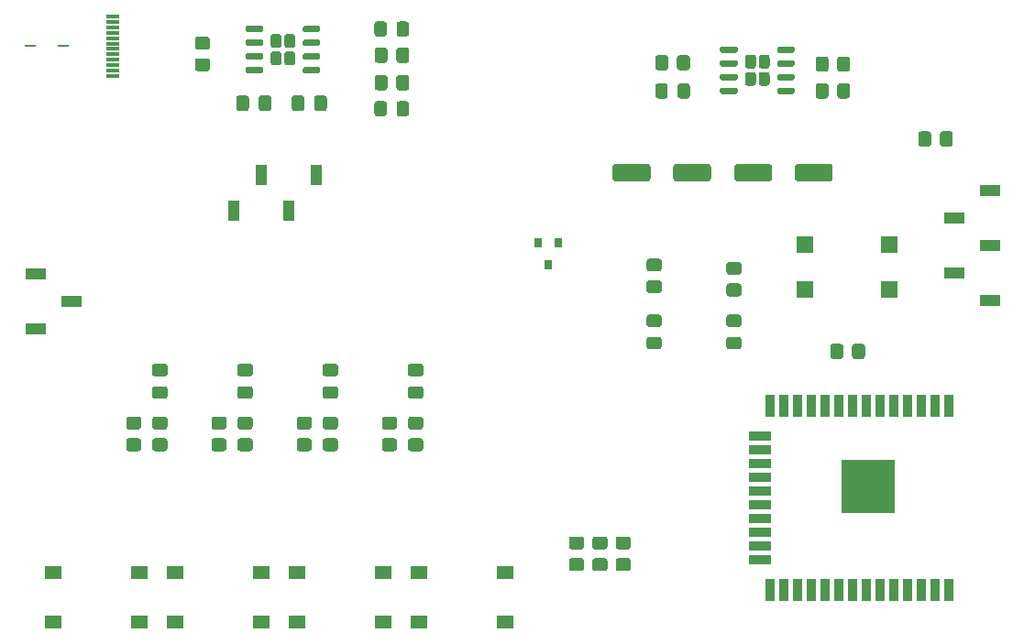
<source format=gbr>
%TF.GenerationSoftware,KiCad,Pcbnew,(5.1.10-1-10_14)*%
%TF.CreationDate,2021-12-15T10:32:33-05:00*%
%TF.ProjectId,PCB_Design,5043425f-4465-4736-9967-6e2e6b696361,rev?*%
%TF.SameCoordinates,Original*%
%TF.FileFunction,Paste,Top*%
%TF.FilePolarity,Positive*%
%FSLAX46Y46*%
G04 Gerber Fmt 4.6, Leading zero omitted, Abs format (unit mm)*
G04 Created by KiCad (PCBNEW (5.1.10-1-10_14)) date 2021-12-15 10:32:33*
%MOMM*%
%LPD*%
G01*
G04 APERTURE LIST*
%ADD10R,1.500000X1.500000*%
%ADD11R,1.000000X1.900000*%
%ADD12R,1.900000X1.000000*%
%ADD13R,1.550000X1.300000*%
%ADD14R,1.200000X0.300000*%
%ADD15R,1.000000X0.200000*%
%ADD16R,0.800000X0.900000*%
%ADD17R,5.000000X5.000000*%
%ADD18R,0.900000X2.000000*%
%ADD19R,2.000000X0.900000*%
G04 APERTURE END LIST*
D10*
%TO.C,SW1*%
X136612800Y-120700800D03*
X144412800Y-120700800D03*
%TD*%
%TO.C,SW2*%
X144412800Y-116586000D03*
X136612800Y-116586000D03*
%TD*%
D11*
%TO.C,Conn_OLED1*%
X91503500Y-110110000D03*
X86423500Y-110110000D03*
X88963500Y-113410000D03*
X83883500Y-113410000D03*
%TD*%
D12*
%TO.C,Conn_prog1*%
X150369000Y-114109500D03*
X150369000Y-119189500D03*
X153669000Y-111569500D03*
X153669000Y-116649500D03*
X153669000Y-121729500D03*
%TD*%
%TO.C,Conn_I2C1*%
X68833000Y-121856500D03*
X65533000Y-124396500D03*
X65533000Y-119316500D03*
%TD*%
D13*
%TO.C,BT4*%
X67208500Y-146911500D03*
X67208500Y-151411500D03*
X75158500Y-151411500D03*
X75158500Y-146911500D03*
%TD*%
%TO.C,BT3*%
X78448000Y-146911500D03*
X78448000Y-151411500D03*
X86398000Y-151411500D03*
X86398000Y-146911500D03*
%TD*%
%TO.C,BT2*%
X89687500Y-146911500D03*
X89687500Y-151411500D03*
X97637500Y-151411500D03*
X97637500Y-146911500D03*
%TD*%
%TO.C,BT1*%
X100927500Y-146911500D03*
X100927500Y-151411500D03*
X108877500Y-151411500D03*
X108877500Y-146911500D03*
%TD*%
%TO.C,Cd4*%
G36*
G01*
X76550500Y-129651000D02*
X77500500Y-129651000D01*
G75*
G02*
X77750500Y-129901000I0J-250000D01*
G01*
X77750500Y-130576000D01*
G75*
G02*
X77500500Y-130826000I-250000J0D01*
G01*
X76550500Y-130826000D01*
G75*
G02*
X76300500Y-130576000I0J250000D01*
G01*
X76300500Y-129901000D01*
G75*
G02*
X76550500Y-129651000I250000J0D01*
G01*
G37*
G36*
G01*
X76550500Y-127576000D02*
X77500500Y-127576000D01*
G75*
G02*
X77750500Y-127826000I0J-250000D01*
G01*
X77750500Y-128501000D01*
G75*
G02*
X77500500Y-128751000I-250000J0D01*
G01*
X76550500Y-128751000D01*
G75*
G02*
X76300500Y-128501000I0J250000D01*
G01*
X76300500Y-127826000D01*
G75*
G02*
X76550500Y-127576000I250000J0D01*
G01*
G37*
%TD*%
%TO.C,Cd3*%
G36*
G01*
X84424500Y-129651000D02*
X85374500Y-129651000D01*
G75*
G02*
X85624500Y-129901000I0J-250000D01*
G01*
X85624500Y-130576000D01*
G75*
G02*
X85374500Y-130826000I-250000J0D01*
G01*
X84424500Y-130826000D01*
G75*
G02*
X84174500Y-130576000I0J250000D01*
G01*
X84174500Y-129901000D01*
G75*
G02*
X84424500Y-129651000I250000J0D01*
G01*
G37*
G36*
G01*
X84424500Y-127576000D02*
X85374500Y-127576000D01*
G75*
G02*
X85624500Y-127826000I0J-250000D01*
G01*
X85624500Y-128501000D01*
G75*
G02*
X85374500Y-128751000I-250000J0D01*
G01*
X84424500Y-128751000D01*
G75*
G02*
X84174500Y-128501000I0J250000D01*
G01*
X84174500Y-127826000D01*
G75*
G02*
X84424500Y-127576000I250000J0D01*
G01*
G37*
%TD*%
%TO.C,Cd2*%
G36*
G01*
X92298500Y-129651000D02*
X93248500Y-129651000D01*
G75*
G02*
X93498500Y-129901000I0J-250000D01*
G01*
X93498500Y-130576000D01*
G75*
G02*
X93248500Y-130826000I-250000J0D01*
G01*
X92298500Y-130826000D01*
G75*
G02*
X92048500Y-130576000I0J250000D01*
G01*
X92048500Y-129901000D01*
G75*
G02*
X92298500Y-129651000I250000J0D01*
G01*
G37*
G36*
G01*
X92298500Y-127576000D02*
X93248500Y-127576000D01*
G75*
G02*
X93498500Y-127826000I0J-250000D01*
G01*
X93498500Y-128501000D01*
G75*
G02*
X93248500Y-128751000I-250000J0D01*
G01*
X92298500Y-128751000D01*
G75*
G02*
X92048500Y-128501000I0J250000D01*
G01*
X92048500Y-127826000D01*
G75*
G02*
X92298500Y-127576000I250000J0D01*
G01*
G37*
%TD*%
%TO.C,Cd1*%
G36*
G01*
X100172500Y-129651000D02*
X101122500Y-129651000D01*
G75*
G02*
X101372500Y-129901000I0J-250000D01*
G01*
X101372500Y-130576000D01*
G75*
G02*
X101122500Y-130826000I-250000J0D01*
G01*
X100172500Y-130826000D01*
G75*
G02*
X99922500Y-130576000I0J250000D01*
G01*
X99922500Y-129901000D01*
G75*
G02*
X100172500Y-129651000I250000J0D01*
G01*
G37*
G36*
G01*
X100172500Y-127576000D02*
X101122500Y-127576000D01*
G75*
G02*
X101372500Y-127826000I0J-250000D01*
G01*
X101372500Y-128501000D01*
G75*
G02*
X101122500Y-128751000I-250000J0D01*
G01*
X100172500Y-128751000D01*
G75*
G02*
X99922500Y-128501000I0J250000D01*
G01*
X99922500Y-127826000D01*
G75*
G02*
X100172500Y-127576000I250000J0D01*
G01*
G37*
%TD*%
%TO.C,C2*%
G36*
G01*
X90376500Y-103030000D02*
X90376500Y-103980000D01*
G75*
G02*
X90126500Y-104230000I-250000J0D01*
G01*
X89451500Y-104230000D01*
G75*
G02*
X89201500Y-103980000I0J250000D01*
G01*
X89201500Y-103030000D01*
G75*
G02*
X89451500Y-102780000I250000J0D01*
G01*
X90126500Y-102780000D01*
G75*
G02*
X90376500Y-103030000I0J-250000D01*
G01*
G37*
G36*
G01*
X92451500Y-103030000D02*
X92451500Y-103980000D01*
G75*
G02*
X92201500Y-104230000I-250000J0D01*
G01*
X91526500Y-104230000D01*
G75*
G02*
X91276500Y-103980000I0J250000D01*
G01*
X91276500Y-103030000D01*
G75*
G02*
X91526500Y-102780000I250000J0D01*
G01*
X92201500Y-102780000D01*
G75*
G02*
X92451500Y-103030000I0J-250000D01*
G01*
G37*
%TD*%
%TO.C,C1*%
G36*
G01*
X86153500Y-103980000D02*
X86153500Y-103030000D01*
G75*
G02*
X86403500Y-102780000I250000J0D01*
G01*
X87078500Y-102780000D01*
G75*
G02*
X87328500Y-103030000I0J-250000D01*
G01*
X87328500Y-103980000D01*
G75*
G02*
X87078500Y-104230000I-250000J0D01*
G01*
X86403500Y-104230000D01*
G75*
G02*
X86153500Y-103980000I0J250000D01*
G01*
G37*
G36*
G01*
X84078500Y-103980000D02*
X84078500Y-103030000D01*
G75*
G02*
X84328500Y-102780000I250000J0D01*
G01*
X85003500Y-102780000D01*
G75*
G02*
X85253500Y-103030000I0J-250000D01*
G01*
X85253500Y-103980000D01*
G75*
G02*
X85003500Y-104230000I-250000J0D01*
G01*
X84328500Y-104230000D01*
G75*
G02*
X84078500Y-103980000I0J250000D01*
G01*
G37*
%TD*%
%TO.C,4.7k1*%
G36*
G01*
X149069500Y-107257001D02*
X149069500Y-106356999D01*
G75*
G02*
X149319499Y-106107000I249999J0D01*
G01*
X150019501Y-106107000D01*
G75*
G02*
X150269500Y-106356999I0J-249999D01*
G01*
X150269500Y-107257001D01*
G75*
G02*
X150019501Y-107507000I-249999J0D01*
G01*
X149319499Y-107507000D01*
G75*
G02*
X149069500Y-107257001I0J249999D01*
G01*
G37*
G36*
G01*
X147069500Y-107257001D02*
X147069500Y-106356999D01*
G75*
G02*
X147319499Y-106107000I249999J0D01*
G01*
X148019501Y-106107000D01*
G75*
G02*
X148269500Y-106356999I0J-249999D01*
G01*
X148269500Y-107257001D01*
G75*
G02*
X148019501Y-107507000I-249999J0D01*
G01*
X147319499Y-107507000D01*
G75*
G02*
X147069500Y-107257001I0J249999D01*
G01*
G37*
%TD*%
%TO.C,FlagLED_R1*%
G36*
G01*
X122787500Y-102812001D02*
X122787500Y-101911999D01*
G75*
G02*
X123037499Y-101662000I249999J0D01*
G01*
X123687501Y-101662000D01*
G75*
G02*
X123937500Y-101911999I0J-249999D01*
G01*
X123937500Y-102812001D01*
G75*
G02*
X123687501Y-103062000I-249999J0D01*
G01*
X123037499Y-103062000D01*
G75*
G02*
X122787500Y-102812001I0J249999D01*
G01*
G37*
G36*
G01*
X124837500Y-102812001D02*
X124837500Y-101911999D01*
G75*
G02*
X125087499Y-101662000I249999J0D01*
G01*
X125737501Y-101662000D01*
G75*
G02*
X125987500Y-101911999I0J-249999D01*
G01*
X125987500Y-102812001D01*
G75*
G02*
X125737501Y-103062000I-249999J0D01*
G01*
X125087499Y-103062000D01*
G75*
G02*
X124837500Y-102812001I0J249999D01*
G01*
G37*
%TD*%
%TO.C,gLED1*%
G36*
G01*
X97991400Y-103562999D02*
X97991400Y-104463001D01*
G75*
G02*
X97741401Y-104713000I-249999J0D01*
G01*
X97091399Y-104713000D01*
G75*
G02*
X96841400Y-104463001I0J249999D01*
G01*
X96841400Y-103562999D01*
G75*
G02*
X97091399Y-103313000I249999J0D01*
G01*
X97741401Y-103313000D01*
G75*
G02*
X97991400Y-103562999I0J-249999D01*
G01*
G37*
G36*
G01*
X100041400Y-103562999D02*
X100041400Y-104463001D01*
G75*
G02*
X99791401Y-104713000I-249999J0D01*
G01*
X99141399Y-104713000D01*
G75*
G02*
X98891400Y-104463001I0J249999D01*
G01*
X98891400Y-103562999D01*
G75*
G02*
X99141399Y-103313000I249999J0D01*
G01*
X99791401Y-103313000D01*
G75*
G02*
X100041400Y-103562999I0J-249999D01*
G01*
G37*
%TD*%
%TO.C,IC1*%
G36*
G01*
X132332000Y-101652001D02*
X132332000Y-100861999D01*
G75*
G02*
X132581999Y-100612000I249999J0D01*
G01*
X133092001Y-100612000D01*
G75*
G02*
X133342000Y-100861999I0J-249999D01*
G01*
X133342000Y-101652001D01*
G75*
G02*
X133092001Y-101902000I-249999J0D01*
G01*
X132581999Y-101902000D01*
G75*
G02*
X132332000Y-101652001I0J249999D01*
G01*
G37*
G36*
G01*
X132332000Y-100052001D02*
X132332000Y-99261999D01*
G75*
G02*
X132581999Y-99012000I249999J0D01*
G01*
X133092001Y-99012000D01*
G75*
G02*
X133342000Y-99261999I0J-249999D01*
G01*
X133342000Y-100052001D01*
G75*
G02*
X133092001Y-100302000I-249999J0D01*
G01*
X132581999Y-100302000D01*
G75*
G02*
X132332000Y-100052001I0J249999D01*
G01*
G37*
G36*
G01*
X131072000Y-101652001D02*
X131072000Y-100861999D01*
G75*
G02*
X131321999Y-100612000I249999J0D01*
G01*
X131832001Y-100612000D01*
G75*
G02*
X132082000Y-100861999I0J-249999D01*
G01*
X132082000Y-101652001D01*
G75*
G02*
X131832001Y-101902000I-249999J0D01*
G01*
X131321999Y-101902000D01*
G75*
G02*
X131072000Y-101652001I0J249999D01*
G01*
G37*
G36*
G01*
X131072000Y-100052001D02*
X131072000Y-99261999D01*
G75*
G02*
X131321999Y-99012000I249999J0D01*
G01*
X131832001Y-99012000D01*
G75*
G02*
X132082000Y-99261999I0J-249999D01*
G01*
X132082000Y-100052001D01*
G75*
G02*
X131832001Y-100302000I-249999J0D01*
G01*
X131321999Y-100302000D01*
G75*
G02*
X131072000Y-100052001I0J249999D01*
G01*
G37*
G36*
G01*
X134032000Y-98702000D02*
X134032000Y-98402000D01*
G75*
G02*
X134182000Y-98252000I150000J0D01*
G01*
X135507000Y-98252000D01*
G75*
G02*
X135657000Y-98402000I0J-150000D01*
G01*
X135657000Y-98702000D01*
G75*
G02*
X135507000Y-98852000I-150000J0D01*
G01*
X134182000Y-98852000D01*
G75*
G02*
X134032000Y-98702000I0J150000D01*
G01*
G37*
G36*
G01*
X134032000Y-99972000D02*
X134032000Y-99672000D01*
G75*
G02*
X134182000Y-99522000I150000J0D01*
G01*
X135507000Y-99522000D01*
G75*
G02*
X135657000Y-99672000I0J-150000D01*
G01*
X135657000Y-99972000D01*
G75*
G02*
X135507000Y-100122000I-150000J0D01*
G01*
X134182000Y-100122000D01*
G75*
G02*
X134032000Y-99972000I0J150000D01*
G01*
G37*
G36*
G01*
X134032000Y-101242000D02*
X134032000Y-100942000D01*
G75*
G02*
X134182000Y-100792000I150000J0D01*
G01*
X135507000Y-100792000D01*
G75*
G02*
X135657000Y-100942000I0J-150000D01*
G01*
X135657000Y-101242000D01*
G75*
G02*
X135507000Y-101392000I-150000J0D01*
G01*
X134182000Y-101392000D01*
G75*
G02*
X134032000Y-101242000I0J150000D01*
G01*
G37*
G36*
G01*
X134032000Y-102512000D02*
X134032000Y-102212000D01*
G75*
G02*
X134182000Y-102062000I150000J0D01*
G01*
X135507000Y-102062000D01*
G75*
G02*
X135657000Y-102212000I0J-150000D01*
G01*
X135657000Y-102512000D01*
G75*
G02*
X135507000Y-102662000I-150000J0D01*
G01*
X134182000Y-102662000D01*
G75*
G02*
X134032000Y-102512000I0J150000D01*
G01*
G37*
G36*
G01*
X128757000Y-102512000D02*
X128757000Y-102212000D01*
G75*
G02*
X128907000Y-102062000I150000J0D01*
G01*
X130232000Y-102062000D01*
G75*
G02*
X130382000Y-102212000I0J-150000D01*
G01*
X130382000Y-102512000D01*
G75*
G02*
X130232000Y-102662000I-150000J0D01*
G01*
X128907000Y-102662000D01*
G75*
G02*
X128757000Y-102512000I0J150000D01*
G01*
G37*
G36*
G01*
X128757000Y-101242000D02*
X128757000Y-100942000D01*
G75*
G02*
X128907000Y-100792000I150000J0D01*
G01*
X130232000Y-100792000D01*
G75*
G02*
X130382000Y-100942000I0J-150000D01*
G01*
X130382000Y-101242000D01*
G75*
G02*
X130232000Y-101392000I-150000J0D01*
G01*
X128907000Y-101392000D01*
G75*
G02*
X128757000Y-101242000I0J150000D01*
G01*
G37*
G36*
G01*
X128757000Y-99972000D02*
X128757000Y-99672000D01*
G75*
G02*
X128907000Y-99522000I150000J0D01*
G01*
X130232000Y-99522000D01*
G75*
G02*
X130382000Y-99672000I0J-150000D01*
G01*
X130382000Y-99972000D01*
G75*
G02*
X130232000Y-100122000I-150000J0D01*
G01*
X128907000Y-100122000D01*
G75*
G02*
X128757000Y-99972000I0J150000D01*
G01*
G37*
G36*
G01*
X128757000Y-98702000D02*
X128757000Y-98402000D01*
G75*
G02*
X128907000Y-98252000I150000J0D01*
G01*
X130232000Y-98252000D01*
G75*
G02*
X130382000Y-98402000I0J-150000D01*
G01*
X130382000Y-98702000D01*
G75*
G02*
X130232000Y-98852000I-150000J0D01*
G01*
X128907000Y-98852000D01*
G75*
G02*
X128757000Y-98702000I0J150000D01*
G01*
G37*
%TD*%
%TO.C,J1*%
G36*
G01*
X84942000Y-96797000D02*
X84942000Y-96497000D01*
G75*
G02*
X85092000Y-96347000I150000J0D01*
G01*
X86417000Y-96347000D01*
G75*
G02*
X86567000Y-96497000I0J-150000D01*
G01*
X86567000Y-96797000D01*
G75*
G02*
X86417000Y-96947000I-150000J0D01*
G01*
X85092000Y-96947000D01*
G75*
G02*
X84942000Y-96797000I0J150000D01*
G01*
G37*
G36*
G01*
X84942000Y-98067000D02*
X84942000Y-97767000D01*
G75*
G02*
X85092000Y-97617000I150000J0D01*
G01*
X86417000Y-97617000D01*
G75*
G02*
X86567000Y-97767000I0J-150000D01*
G01*
X86567000Y-98067000D01*
G75*
G02*
X86417000Y-98217000I-150000J0D01*
G01*
X85092000Y-98217000D01*
G75*
G02*
X84942000Y-98067000I0J150000D01*
G01*
G37*
G36*
G01*
X84942000Y-99337000D02*
X84942000Y-99037000D01*
G75*
G02*
X85092000Y-98887000I150000J0D01*
G01*
X86417000Y-98887000D01*
G75*
G02*
X86567000Y-99037000I0J-150000D01*
G01*
X86567000Y-99337000D01*
G75*
G02*
X86417000Y-99487000I-150000J0D01*
G01*
X85092000Y-99487000D01*
G75*
G02*
X84942000Y-99337000I0J150000D01*
G01*
G37*
G36*
G01*
X84942000Y-100607000D02*
X84942000Y-100307000D01*
G75*
G02*
X85092000Y-100157000I150000J0D01*
G01*
X86417000Y-100157000D01*
G75*
G02*
X86567000Y-100307000I0J-150000D01*
G01*
X86567000Y-100607000D01*
G75*
G02*
X86417000Y-100757000I-150000J0D01*
G01*
X85092000Y-100757000D01*
G75*
G02*
X84942000Y-100607000I0J150000D01*
G01*
G37*
G36*
G01*
X90217000Y-100607000D02*
X90217000Y-100307000D01*
G75*
G02*
X90367000Y-100157000I150000J0D01*
G01*
X91692000Y-100157000D01*
G75*
G02*
X91842000Y-100307000I0J-150000D01*
G01*
X91842000Y-100607000D01*
G75*
G02*
X91692000Y-100757000I-150000J0D01*
G01*
X90367000Y-100757000D01*
G75*
G02*
X90217000Y-100607000I0J150000D01*
G01*
G37*
G36*
G01*
X90217000Y-99337000D02*
X90217000Y-99037000D01*
G75*
G02*
X90367000Y-98887000I150000J0D01*
G01*
X91692000Y-98887000D01*
G75*
G02*
X91842000Y-99037000I0J-150000D01*
G01*
X91842000Y-99337000D01*
G75*
G02*
X91692000Y-99487000I-150000J0D01*
G01*
X90367000Y-99487000D01*
G75*
G02*
X90217000Y-99337000I0J150000D01*
G01*
G37*
G36*
G01*
X90217000Y-98067000D02*
X90217000Y-97767000D01*
G75*
G02*
X90367000Y-97617000I150000J0D01*
G01*
X91692000Y-97617000D01*
G75*
G02*
X91842000Y-97767000I0J-150000D01*
G01*
X91842000Y-98067000D01*
G75*
G02*
X91692000Y-98217000I-150000J0D01*
G01*
X90367000Y-98217000D01*
G75*
G02*
X90217000Y-98067000I0J150000D01*
G01*
G37*
G36*
G01*
X90217000Y-96797000D02*
X90217000Y-96497000D01*
G75*
G02*
X90367000Y-96347000I150000J0D01*
G01*
X91692000Y-96347000D01*
G75*
G02*
X91842000Y-96497000I0J-150000D01*
G01*
X91842000Y-96797000D01*
G75*
G02*
X91692000Y-96947000I-150000J0D01*
G01*
X90367000Y-96947000D01*
G75*
G02*
X90217000Y-96797000I0J150000D01*
G01*
G37*
G36*
G01*
X87257000Y-98147001D02*
X87257000Y-97356999D01*
G75*
G02*
X87506999Y-97107000I249999J0D01*
G01*
X88017001Y-97107000D01*
G75*
G02*
X88267000Y-97356999I0J-249999D01*
G01*
X88267000Y-98147001D01*
G75*
G02*
X88017001Y-98397000I-249999J0D01*
G01*
X87506999Y-98397000D01*
G75*
G02*
X87257000Y-98147001I0J249999D01*
G01*
G37*
G36*
G01*
X87257000Y-99747001D02*
X87257000Y-98956999D01*
G75*
G02*
X87506999Y-98707000I249999J0D01*
G01*
X88017001Y-98707000D01*
G75*
G02*
X88267000Y-98956999I0J-249999D01*
G01*
X88267000Y-99747001D01*
G75*
G02*
X88017001Y-99997000I-249999J0D01*
G01*
X87506999Y-99997000D01*
G75*
G02*
X87257000Y-99747001I0J249999D01*
G01*
G37*
G36*
G01*
X88517000Y-98147001D02*
X88517000Y-97356999D01*
G75*
G02*
X88766999Y-97107000I249999J0D01*
G01*
X89277001Y-97107000D01*
G75*
G02*
X89527000Y-97356999I0J-249999D01*
G01*
X89527000Y-98147001D01*
G75*
G02*
X89277001Y-98397000I-249999J0D01*
G01*
X88766999Y-98397000D01*
G75*
G02*
X88517000Y-98147001I0J249999D01*
G01*
G37*
G36*
G01*
X88517000Y-99747001D02*
X88517000Y-98956999D01*
G75*
G02*
X88766999Y-98707000I249999J0D01*
G01*
X89277001Y-98707000D01*
G75*
G02*
X89527000Y-98956999I0J-249999D01*
G01*
X89527000Y-99747001D01*
G75*
G02*
X89277001Y-99997000I-249999J0D01*
G01*
X88766999Y-99997000D01*
G75*
G02*
X88517000Y-99747001I0J249999D01*
G01*
G37*
%TD*%
D14*
%TO.C,J2*%
X72697000Y-100984500D03*
X72697000Y-100484500D03*
X72697000Y-99984500D03*
X72697000Y-99484500D03*
X72697000Y-98984500D03*
X72697000Y-98484500D03*
X72697000Y-97984500D03*
X72697000Y-97484500D03*
X72697000Y-96984500D03*
X72697000Y-96484500D03*
X72697000Y-95984500D03*
X72697000Y-95484500D03*
D15*
X65017000Y-98234500D03*
X68117000Y-98234500D03*
%TD*%
%TO.C,LED_Piloto_G1*%
G36*
G01*
X130498001Y-124191500D02*
X129597999Y-124191500D01*
G75*
G02*
X129348000Y-123941501I0J249999D01*
G01*
X129348000Y-123291499D01*
G75*
G02*
X129597999Y-123041500I249999J0D01*
G01*
X130498001Y-123041500D01*
G75*
G02*
X130748000Y-123291499I0J-249999D01*
G01*
X130748000Y-123941501D01*
G75*
G02*
X130498001Y-124191500I-249999J0D01*
G01*
G37*
G36*
G01*
X130498001Y-126241500D02*
X129597999Y-126241500D01*
G75*
G02*
X129348000Y-125991501I0J249999D01*
G01*
X129348000Y-125341499D01*
G75*
G02*
X129597999Y-125091500I249999J0D01*
G01*
X130498001Y-125091500D01*
G75*
G02*
X130748000Y-125341499I0J-249999D01*
G01*
X130748000Y-125991501D01*
G75*
G02*
X130498001Y-126241500I-249999J0D01*
G01*
G37*
%TD*%
%TO.C,LED_Prog_B1*%
G36*
G01*
X122231999Y-123041500D02*
X123132001Y-123041500D01*
G75*
G02*
X123382000Y-123291499I0J-249999D01*
G01*
X123382000Y-123941501D01*
G75*
G02*
X123132001Y-124191500I-249999J0D01*
G01*
X122231999Y-124191500D01*
G75*
G02*
X121982000Y-123941501I0J249999D01*
G01*
X121982000Y-123291499D01*
G75*
G02*
X122231999Y-123041500I249999J0D01*
G01*
G37*
G36*
G01*
X122231999Y-125091500D02*
X123132001Y-125091500D01*
G75*
G02*
X123382000Y-125341499I0J-249999D01*
G01*
X123382000Y-125991501D01*
G75*
G02*
X123132001Y-126241500I-249999J0D01*
G01*
X122231999Y-126241500D01*
G75*
G02*
X121982000Y-125991501I0J249999D01*
G01*
X121982000Y-125341499D01*
G75*
G02*
X122231999Y-125091500I249999J0D01*
G01*
G37*
%TD*%
D16*
%TO.C,NMOS_Buzzer1*%
X113853000Y-116411500D03*
X111953000Y-116411500D03*
X112903000Y-118411500D03*
%TD*%
%TO.C,R1*%
G36*
G01*
X140776000Y-101911999D02*
X140776000Y-102812001D01*
G75*
G02*
X140526001Y-103062000I-249999J0D01*
G01*
X139825999Y-103062000D01*
G75*
G02*
X139576000Y-102812001I0J249999D01*
G01*
X139576000Y-101911999D01*
G75*
G02*
X139825999Y-101662000I249999J0D01*
G01*
X140526001Y-101662000D01*
G75*
G02*
X140776000Y-101911999I0J-249999D01*
G01*
G37*
G36*
G01*
X138776000Y-101911999D02*
X138776000Y-102812001D01*
G75*
G02*
X138526001Y-103062000I-249999J0D01*
G01*
X137825999Y-103062000D01*
G75*
G02*
X137576000Y-102812001I0J249999D01*
G01*
X137576000Y-101911999D01*
G75*
G02*
X137825999Y-101662000I249999J0D01*
G01*
X138526001Y-101662000D01*
G75*
G02*
X138776000Y-101911999I0J-249999D01*
G01*
G37*
%TD*%
%TO.C,R2*%
G36*
G01*
X137576000Y-100335501D02*
X137576000Y-99435499D01*
G75*
G02*
X137825999Y-99185500I249999J0D01*
G01*
X138526001Y-99185500D01*
G75*
G02*
X138776000Y-99435499I0J-249999D01*
G01*
X138776000Y-100335501D01*
G75*
G02*
X138526001Y-100585500I-249999J0D01*
G01*
X137825999Y-100585500D01*
G75*
G02*
X137576000Y-100335501I0J249999D01*
G01*
G37*
G36*
G01*
X139576000Y-100335501D02*
X139576000Y-99435499D01*
G75*
G02*
X139825999Y-99185500I249999J0D01*
G01*
X140526001Y-99185500D01*
G75*
G02*
X140776000Y-99435499I0J-249999D01*
G01*
X140776000Y-100335501D01*
G75*
G02*
X140526001Y-100585500I-249999J0D01*
G01*
X139825999Y-100585500D01*
G75*
G02*
X139576000Y-100335501I0J249999D01*
G01*
G37*
%TD*%
%TO.C,R_gLED1*%
G36*
G01*
X96866400Y-102050001D02*
X96866400Y-101149999D01*
G75*
G02*
X97116399Y-100900000I249999J0D01*
G01*
X97816401Y-100900000D01*
G75*
G02*
X98066400Y-101149999I0J-249999D01*
G01*
X98066400Y-102050001D01*
G75*
G02*
X97816401Y-102300000I-249999J0D01*
G01*
X97116399Y-102300000D01*
G75*
G02*
X96866400Y-102050001I0J249999D01*
G01*
G37*
G36*
G01*
X98866400Y-102050001D02*
X98866400Y-101149999D01*
G75*
G02*
X99116399Y-100900000I249999J0D01*
G01*
X99816401Y-100900000D01*
G75*
G02*
X100066400Y-101149999I0J-249999D01*
G01*
X100066400Y-102050001D01*
G75*
G02*
X99816401Y-102300000I-249999J0D01*
G01*
X99116399Y-102300000D01*
G75*
G02*
X98866400Y-102050001I0J249999D01*
G01*
G37*
%TD*%
%TO.C,R_Piloto1*%
G36*
G01*
X129597999Y-120161000D02*
X130498001Y-120161000D01*
G75*
G02*
X130748000Y-120410999I0J-249999D01*
G01*
X130748000Y-121111001D01*
G75*
G02*
X130498001Y-121361000I-249999J0D01*
G01*
X129597999Y-121361000D01*
G75*
G02*
X129348000Y-121111001I0J249999D01*
G01*
X129348000Y-120410999D01*
G75*
G02*
X129597999Y-120161000I249999J0D01*
G01*
G37*
G36*
G01*
X129597999Y-118161000D02*
X130498001Y-118161000D01*
G75*
G02*
X130748000Y-118410999I0J-249999D01*
G01*
X130748000Y-119111001D01*
G75*
G02*
X130498001Y-119361000I-249999J0D01*
G01*
X129597999Y-119361000D01*
G75*
G02*
X129348000Y-119111001I0J249999D01*
G01*
X129348000Y-118410999D01*
G75*
G02*
X129597999Y-118161000I249999J0D01*
G01*
G37*
%TD*%
%TO.C,R_PROG1*%
G36*
G01*
X80512499Y-99349000D02*
X81412501Y-99349000D01*
G75*
G02*
X81662500Y-99598999I0J-249999D01*
G01*
X81662500Y-100299001D01*
G75*
G02*
X81412501Y-100549000I-249999J0D01*
G01*
X80512499Y-100549000D01*
G75*
G02*
X80262500Y-100299001I0J249999D01*
G01*
X80262500Y-99598999D01*
G75*
G02*
X80512499Y-99349000I249999J0D01*
G01*
G37*
G36*
G01*
X80512499Y-97349000D02*
X81412501Y-97349000D01*
G75*
G02*
X81662500Y-97598999I0J-249999D01*
G01*
X81662500Y-98299001D01*
G75*
G02*
X81412501Y-98549000I-249999J0D01*
G01*
X80512499Y-98549000D01*
G75*
G02*
X80262500Y-98299001I0J249999D01*
G01*
X80262500Y-97598999D01*
G75*
G02*
X80512499Y-97349000I249999J0D01*
G01*
G37*
%TD*%
%TO.C,R_Prog_B1*%
G36*
G01*
X122231999Y-119859500D02*
X123132001Y-119859500D01*
G75*
G02*
X123382000Y-120109499I0J-249999D01*
G01*
X123382000Y-120809501D01*
G75*
G02*
X123132001Y-121059500I-249999J0D01*
G01*
X122231999Y-121059500D01*
G75*
G02*
X121982000Y-120809501I0J249999D01*
G01*
X121982000Y-120109499D01*
G75*
G02*
X122231999Y-119859500I249999J0D01*
G01*
G37*
G36*
G01*
X122231999Y-117859500D02*
X123132001Y-117859500D01*
G75*
G02*
X123382000Y-118109499I0J-249999D01*
G01*
X123382000Y-118809501D01*
G75*
G02*
X123132001Y-119059500I-249999J0D01*
G01*
X122231999Y-119059500D01*
G75*
G02*
X121982000Y-118809501I0J249999D01*
G01*
X121982000Y-118109499D01*
G75*
G02*
X122231999Y-117859500I249999J0D01*
G01*
G37*
%TD*%
%TO.C,R_RGB_B1*%
G36*
G01*
X115956501Y-144745000D02*
X115056499Y-144745000D01*
G75*
G02*
X114806500Y-144495001I0J249999D01*
G01*
X114806500Y-143794999D01*
G75*
G02*
X115056499Y-143545000I249999J0D01*
G01*
X115956501Y-143545000D01*
G75*
G02*
X116206500Y-143794999I0J-249999D01*
G01*
X116206500Y-144495001D01*
G75*
G02*
X115956501Y-144745000I-249999J0D01*
G01*
G37*
G36*
G01*
X115956501Y-146745000D02*
X115056499Y-146745000D01*
G75*
G02*
X114806500Y-146495001I0J249999D01*
G01*
X114806500Y-145794999D01*
G75*
G02*
X115056499Y-145545000I249999J0D01*
G01*
X115956501Y-145545000D01*
G75*
G02*
X116206500Y-145794999I0J-249999D01*
G01*
X116206500Y-146495001D01*
G75*
G02*
X115956501Y-146745000I-249999J0D01*
G01*
G37*
%TD*%
%TO.C,R_RGB_G1*%
G36*
G01*
X118115501Y-146745000D02*
X117215499Y-146745000D01*
G75*
G02*
X116965500Y-146495001I0J249999D01*
G01*
X116965500Y-145794999D01*
G75*
G02*
X117215499Y-145545000I249999J0D01*
G01*
X118115501Y-145545000D01*
G75*
G02*
X118365500Y-145794999I0J-249999D01*
G01*
X118365500Y-146495001D01*
G75*
G02*
X118115501Y-146745000I-249999J0D01*
G01*
G37*
G36*
G01*
X118115501Y-144745000D02*
X117215499Y-144745000D01*
G75*
G02*
X116965500Y-144495001I0J249999D01*
G01*
X116965500Y-143794999D01*
G75*
G02*
X117215499Y-143545000I249999J0D01*
G01*
X118115501Y-143545000D01*
G75*
G02*
X118365500Y-143794999I0J-249999D01*
G01*
X118365500Y-144495001D01*
G75*
G02*
X118115501Y-144745000I-249999J0D01*
G01*
G37*
%TD*%
%TO.C,R_RGB_R1*%
G36*
G01*
X120274501Y-144745000D02*
X119374499Y-144745000D01*
G75*
G02*
X119124500Y-144495001I0J249999D01*
G01*
X119124500Y-143794999D01*
G75*
G02*
X119374499Y-143545000I249999J0D01*
G01*
X120274501Y-143545000D01*
G75*
G02*
X120524500Y-143794999I0J-249999D01*
G01*
X120524500Y-144495001D01*
G75*
G02*
X120274501Y-144745000I-249999J0D01*
G01*
G37*
G36*
G01*
X120274501Y-146745000D02*
X119374499Y-146745000D01*
G75*
G02*
X119124500Y-146495001I0J249999D01*
G01*
X119124500Y-145794999D01*
G75*
G02*
X119374499Y-145545000I249999J0D01*
G01*
X120274501Y-145545000D01*
G75*
G02*
X120524500Y-145794999I0J-249999D01*
G01*
X120524500Y-146495001D01*
G75*
G02*
X120274501Y-146745000I-249999J0D01*
G01*
G37*
%TD*%
%TO.C,R_rLED1*%
G36*
G01*
X100066400Y-98609999D02*
X100066400Y-99510001D01*
G75*
G02*
X99816401Y-99760000I-249999J0D01*
G01*
X99116399Y-99760000D01*
G75*
G02*
X98866400Y-99510001I0J249999D01*
G01*
X98866400Y-98609999D01*
G75*
G02*
X99116399Y-98360000I249999J0D01*
G01*
X99816401Y-98360000D01*
G75*
G02*
X100066400Y-98609999I0J-249999D01*
G01*
G37*
G36*
G01*
X98066400Y-98609999D02*
X98066400Y-99510001D01*
G75*
G02*
X97816401Y-99760000I-249999J0D01*
G01*
X97116399Y-99760000D01*
G75*
G02*
X96866400Y-99510001I0J249999D01*
G01*
X96866400Y-98609999D01*
G75*
G02*
X97116399Y-98360000I249999J0D01*
G01*
X97816401Y-98360000D01*
G75*
G02*
X98066400Y-98609999I0J-249999D01*
G01*
G37*
%TD*%
%TO.C,R_rLed1*%
G36*
G01*
X124780500Y-100208501D02*
X124780500Y-99308499D01*
G75*
G02*
X125030499Y-99058500I249999J0D01*
G01*
X125730501Y-99058500D01*
G75*
G02*
X125980500Y-99308499I0J-249999D01*
G01*
X125980500Y-100208501D01*
G75*
G02*
X125730501Y-100458500I-249999J0D01*
G01*
X125030499Y-100458500D01*
G75*
G02*
X124780500Y-100208501I0J249999D01*
G01*
G37*
G36*
G01*
X122780500Y-100208501D02*
X122780500Y-99308499D01*
G75*
G02*
X123030499Y-99058500I249999J0D01*
G01*
X123730501Y-99058500D01*
G75*
G02*
X123980500Y-99308499I0J-249999D01*
G01*
X123980500Y-100208501D01*
G75*
G02*
X123730501Y-100458500I-249999J0D01*
G01*
X123030499Y-100458500D01*
G75*
G02*
X122780500Y-100208501I0J249999D01*
G01*
G37*
%TD*%
%TO.C,Rd1*%
G36*
G01*
X100197499Y-132464500D02*
X101097501Y-132464500D01*
G75*
G02*
X101347500Y-132714499I0J-249999D01*
G01*
X101347500Y-133414501D01*
G75*
G02*
X101097501Y-133664500I-249999J0D01*
G01*
X100197499Y-133664500D01*
G75*
G02*
X99947500Y-133414501I0J249999D01*
G01*
X99947500Y-132714499D01*
G75*
G02*
X100197499Y-132464500I249999J0D01*
G01*
G37*
G36*
G01*
X100197499Y-134464500D02*
X101097501Y-134464500D01*
G75*
G02*
X101347500Y-134714499I0J-249999D01*
G01*
X101347500Y-135414501D01*
G75*
G02*
X101097501Y-135664500I-249999J0D01*
G01*
X100197499Y-135664500D01*
G75*
G02*
X99947500Y-135414501I0J249999D01*
G01*
X99947500Y-134714499D01*
G75*
G02*
X100197499Y-134464500I249999J0D01*
G01*
G37*
%TD*%
%TO.C,Rd2*%
G36*
G01*
X92323499Y-132464500D02*
X93223501Y-132464500D01*
G75*
G02*
X93473500Y-132714499I0J-249999D01*
G01*
X93473500Y-133414501D01*
G75*
G02*
X93223501Y-133664500I-249999J0D01*
G01*
X92323499Y-133664500D01*
G75*
G02*
X92073500Y-133414501I0J249999D01*
G01*
X92073500Y-132714499D01*
G75*
G02*
X92323499Y-132464500I249999J0D01*
G01*
G37*
G36*
G01*
X92323499Y-134464500D02*
X93223501Y-134464500D01*
G75*
G02*
X93473500Y-134714499I0J-249999D01*
G01*
X93473500Y-135414501D01*
G75*
G02*
X93223501Y-135664500I-249999J0D01*
G01*
X92323499Y-135664500D01*
G75*
G02*
X92073500Y-135414501I0J249999D01*
G01*
X92073500Y-134714499D01*
G75*
G02*
X92323499Y-134464500I249999J0D01*
G01*
G37*
%TD*%
%TO.C,Rd3*%
G36*
G01*
X84449499Y-132464500D02*
X85349501Y-132464500D01*
G75*
G02*
X85599500Y-132714499I0J-249999D01*
G01*
X85599500Y-133414501D01*
G75*
G02*
X85349501Y-133664500I-249999J0D01*
G01*
X84449499Y-133664500D01*
G75*
G02*
X84199500Y-133414501I0J249999D01*
G01*
X84199500Y-132714499D01*
G75*
G02*
X84449499Y-132464500I249999J0D01*
G01*
G37*
G36*
G01*
X84449499Y-134464500D02*
X85349501Y-134464500D01*
G75*
G02*
X85599500Y-134714499I0J-249999D01*
G01*
X85599500Y-135414501D01*
G75*
G02*
X85349501Y-135664500I-249999J0D01*
G01*
X84449499Y-135664500D01*
G75*
G02*
X84199500Y-135414501I0J249999D01*
G01*
X84199500Y-134714499D01*
G75*
G02*
X84449499Y-134464500I249999J0D01*
G01*
G37*
%TD*%
%TO.C,Rd4*%
G36*
G01*
X76575499Y-134464500D02*
X77475501Y-134464500D01*
G75*
G02*
X77725500Y-134714499I0J-249999D01*
G01*
X77725500Y-135414501D01*
G75*
G02*
X77475501Y-135664500I-249999J0D01*
G01*
X76575499Y-135664500D01*
G75*
G02*
X76325500Y-135414501I0J249999D01*
G01*
X76325500Y-134714499D01*
G75*
G02*
X76575499Y-134464500I249999J0D01*
G01*
G37*
G36*
G01*
X76575499Y-132464500D02*
X77475501Y-132464500D01*
G75*
G02*
X77725500Y-132714499I0J-249999D01*
G01*
X77725500Y-133414501D01*
G75*
G02*
X77475501Y-133664500I-249999J0D01*
G01*
X76575499Y-133664500D01*
G75*
G02*
X76325500Y-133414501I0J249999D01*
G01*
X76325500Y-132714499D01*
G75*
G02*
X76575499Y-132464500I249999J0D01*
G01*
G37*
%TD*%
%TO.C,Ren1*%
G36*
G01*
X140147600Y-125991199D02*
X140147600Y-126891201D01*
G75*
G02*
X139897601Y-127141200I-249999J0D01*
G01*
X139197599Y-127141200D01*
G75*
G02*
X138947600Y-126891201I0J249999D01*
G01*
X138947600Y-125991199D01*
G75*
G02*
X139197599Y-125741200I249999J0D01*
G01*
X139897601Y-125741200D01*
G75*
G02*
X140147600Y-125991199I0J-249999D01*
G01*
G37*
G36*
G01*
X142147600Y-125991199D02*
X142147600Y-126891201D01*
G75*
G02*
X141897601Y-127141200I-249999J0D01*
G01*
X141197599Y-127141200D01*
G75*
G02*
X140947600Y-126891201I0J249999D01*
G01*
X140947600Y-125991199D01*
G75*
G02*
X141197599Y-125741200I249999J0D01*
G01*
X141897601Y-125741200D01*
G75*
G02*
X142147600Y-125991199I0J-249999D01*
G01*
G37*
%TD*%
%TO.C,rLED1*%
G36*
G01*
X100041400Y-96196999D02*
X100041400Y-97097001D01*
G75*
G02*
X99791401Y-97347000I-249999J0D01*
G01*
X99141399Y-97347000D01*
G75*
G02*
X98891400Y-97097001I0J249999D01*
G01*
X98891400Y-96196999D01*
G75*
G02*
X99141399Y-95947000I249999J0D01*
G01*
X99791401Y-95947000D01*
G75*
G02*
X100041400Y-96196999I0J-249999D01*
G01*
G37*
G36*
G01*
X97991400Y-96196999D02*
X97991400Y-97097001D01*
G75*
G02*
X97741401Y-97347000I-249999J0D01*
G01*
X97091399Y-97347000D01*
G75*
G02*
X96841400Y-97097001I0J249999D01*
G01*
X96841400Y-96196999D01*
G75*
G02*
X97091399Y-95947000I249999J0D01*
G01*
X97741401Y-95947000D01*
G75*
G02*
X97991400Y-96196999I0J-249999D01*
G01*
G37*
%TD*%
%TO.C,Rogers1*%
G36*
G01*
X133576000Y-109368500D02*
X133576000Y-110468500D01*
G75*
G02*
X133326000Y-110718500I-250000J0D01*
G01*
X130326000Y-110718500D01*
G75*
G02*
X130076000Y-110468500I0J250000D01*
G01*
X130076000Y-109368500D01*
G75*
G02*
X130326000Y-109118500I250000J0D01*
G01*
X133326000Y-109118500D01*
G75*
G02*
X133576000Y-109368500I0J-250000D01*
G01*
G37*
G36*
G01*
X139176000Y-109368500D02*
X139176000Y-110468500D01*
G75*
G02*
X138926000Y-110718500I-250000J0D01*
G01*
X135926000Y-110718500D01*
G75*
G02*
X135676000Y-110468500I0J250000D01*
G01*
X135676000Y-109368500D01*
G75*
G02*
X135926000Y-109118500I250000J0D01*
G01*
X138926000Y-109118500D01*
G75*
G02*
X139176000Y-109368500I0J-250000D01*
G01*
G37*
%TD*%
%TO.C,Rpd1*%
G36*
G01*
X98684501Y-133664500D02*
X97784499Y-133664500D01*
G75*
G02*
X97534500Y-133414501I0J249999D01*
G01*
X97534500Y-132714499D01*
G75*
G02*
X97784499Y-132464500I249999J0D01*
G01*
X98684501Y-132464500D01*
G75*
G02*
X98934500Y-132714499I0J-249999D01*
G01*
X98934500Y-133414501D01*
G75*
G02*
X98684501Y-133664500I-249999J0D01*
G01*
G37*
G36*
G01*
X98684501Y-135664500D02*
X97784499Y-135664500D01*
G75*
G02*
X97534500Y-135414501I0J249999D01*
G01*
X97534500Y-134714499D01*
G75*
G02*
X97784499Y-134464500I249999J0D01*
G01*
X98684501Y-134464500D01*
G75*
G02*
X98934500Y-134714499I0J-249999D01*
G01*
X98934500Y-135414501D01*
G75*
G02*
X98684501Y-135664500I-249999J0D01*
G01*
G37*
%TD*%
%TO.C,Rpd2*%
G36*
G01*
X90810501Y-135664500D02*
X89910499Y-135664500D01*
G75*
G02*
X89660500Y-135414501I0J249999D01*
G01*
X89660500Y-134714499D01*
G75*
G02*
X89910499Y-134464500I249999J0D01*
G01*
X90810501Y-134464500D01*
G75*
G02*
X91060500Y-134714499I0J-249999D01*
G01*
X91060500Y-135414501D01*
G75*
G02*
X90810501Y-135664500I-249999J0D01*
G01*
G37*
G36*
G01*
X90810501Y-133664500D02*
X89910499Y-133664500D01*
G75*
G02*
X89660500Y-133414501I0J249999D01*
G01*
X89660500Y-132714499D01*
G75*
G02*
X89910499Y-132464500I249999J0D01*
G01*
X90810501Y-132464500D01*
G75*
G02*
X91060500Y-132714499I0J-249999D01*
G01*
X91060500Y-133414501D01*
G75*
G02*
X90810501Y-133664500I-249999J0D01*
G01*
G37*
%TD*%
%TO.C,Rpd3*%
G36*
G01*
X82936501Y-135664500D02*
X82036499Y-135664500D01*
G75*
G02*
X81786500Y-135414501I0J249999D01*
G01*
X81786500Y-134714499D01*
G75*
G02*
X82036499Y-134464500I249999J0D01*
G01*
X82936501Y-134464500D01*
G75*
G02*
X83186500Y-134714499I0J-249999D01*
G01*
X83186500Y-135414501D01*
G75*
G02*
X82936501Y-135664500I-249999J0D01*
G01*
G37*
G36*
G01*
X82936501Y-133664500D02*
X82036499Y-133664500D01*
G75*
G02*
X81786500Y-133414501I0J249999D01*
G01*
X81786500Y-132714499D01*
G75*
G02*
X82036499Y-132464500I249999J0D01*
G01*
X82936501Y-132464500D01*
G75*
G02*
X83186500Y-132714499I0J-249999D01*
G01*
X83186500Y-133414501D01*
G75*
G02*
X82936501Y-133664500I-249999J0D01*
G01*
G37*
%TD*%
%TO.C,Rpd4*%
G36*
G01*
X75062501Y-135664500D02*
X74162499Y-135664500D01*
G75*
G02*
X73912500Y-135414501I0J249999D01*
G01*
X73912500Y-134714499D01*
G75*
G02*
X74162499Y-134464500I249999J0D01*
G01*
X75062501Y-134464500D01*
G75*
G02*
X75312500Y-134714499I0J-249999D01*
G01*
X75312500Y-135414501D01*
G75*
G02*
X75062501Y-135664500I-249999J0D01*
G01*
G37*
G36*
G01*
X75062501Y-133664500D02*
X74162499Y-133664500D01*
G75*
G02*
X73912500Y-133414501I0J249999D01*
G01*
X73912500Y-132714499D01*
G75*
G02*
X74162499Y-132464500I249999J0D01*
G01*
X75062501Y-132464500D01*
G75*
G02*
X75312500Y-132714499I0J-249999D01*
G01*
X75312500Y-133414501D01*
G75*
G02*
X75062501Y-133664500I-249999J0D01*
G01*
G37*
%TD*%
%TO.C,Steve1*%
G36*
G01*
X118836500Y-110468500D02*
X118836500Y-109368500D01*
G75*
G02*
X119086500Y-109118500I250000J0D01*
G01*
X122086500Y-109118500D01*
G75*
G02*
X122336500Y-109368500I0J-250000D01*
G01*
X122336500Y-110468500D01*
G75*
G02*
X122086500Y-110718500I-250000J0D01*
G01*
X119086500Y-110718500D01*
G75*
G02*
X118836500Y-110468500I0J250000D01*
G01*
G37*
G36*
G01*
X124436500Y-110468500D02*
X124436500Y-109368500D01*
G75*
G02*
X124686500Y-109118500I250000J0D01*
G01*
X127686500Y-109118500D01*
G75*
G02*
X127936500Y-109368500I0J-250000D01*
G01*
X127936500Y-110468500D01*
G75*
G02*
X127686500Y-110718500I-250000J0D01*
G01*
X124686500Y-110718500D01*
G75*
G02*
X124436500Y-110468500I0J250000D01*
G01*
G37*
%TD*%
D17*
%TO.C,U1*%
X142423500Y-138954000D03*
D18*
X149923500Y-131454000D03*
X148653500Y-131454000D03*
X147383500Y-131454000D03*
X146113500Y-131454000D03*
X144843500Y-131454000D03*
X143573500Y-131454000D03*
X142303500Y-131454000D03*
X141033500Y-131454000D03*
X139763500Y-131454000D03*
X138493500Y-131454000D03*
X137223500Y-131454000D03*
X135953500Y-131454000D03*
X134683500Y-131454000D03*
X133413500Y-131454000D03*
D19*
X132413500Y-134239000D03*
X132413500Y-135509000D03*
X132413500Y-136779000D03*
X132413500Y-138049000D03*
X132413500Y-139319000D03*
X132413500Y-140589000D03*
X132413500Y-141859000D03*
X132413500Y-143129000D03*
X132413500Y-144399000D03*
X132413500Y-145669000D03*
D18*
X133413500Y-148454000D03*
X134683500Y-148454000D03*
X135953500Y-148454000D03*
X137223500Y-148454000D03*
X138493500Y-148454000D03*
X139763500Y-148454000D03*
X141033500Y-148454000D03*
X142303500Y-148454000D03*
X143573500Y-148454000D03*
X144843500Y-148454000D03*
X146113500Y-148454000D03*
X147383500Y-148454000D03*
X148653500Y-148454000D03*
X149923500Y-148454000D03*
%TD*%
M02*

</source>
